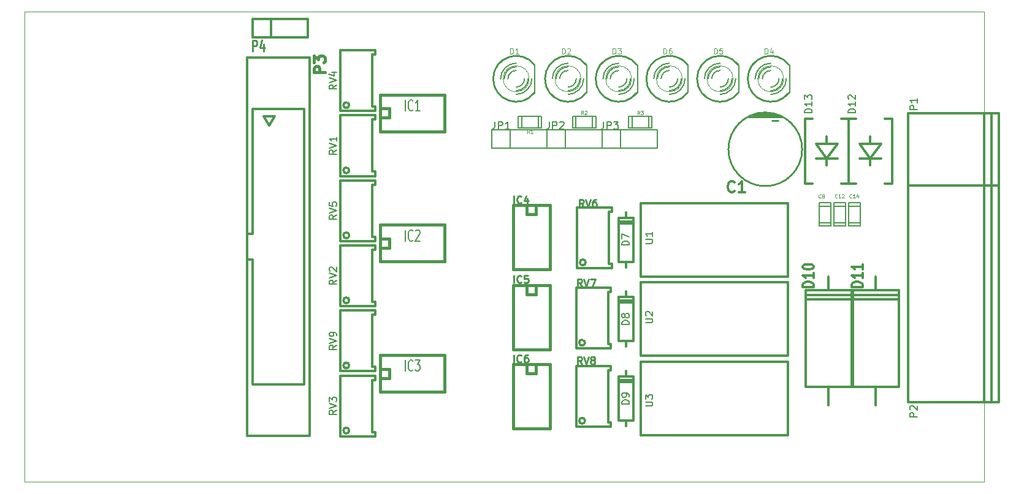
<source format=gbr>
%FSLAX46Y46*%
G04 Gerber Fmt 4.6, Leading zero omitted, Abs format (unit mm)*
G04 Created by KiCad (PCBNEW (2014-jul-16 BZR unknown)-product) date Mon 06 Oct 2014 10:40:32 AM CEST*
%MOMM*%
G01*
G04 APERTURE LIST*
%ADD10C,0.100000*%
%ADD11C,0.254000*%
%ADD12C,0.127000*%
%ADD13C,0.203200*%
%ADD14C,0.076200*%
%ADD15C,0.152400*%
%ADD16C,0.304800*%
%ADD17C,0.381000*%
%ADD18C,0.300000*%
%ADD19C,0.119380*%
%ADD20C,0.088900*%
%ADD21C,0.250000*%
%ADD22C,0.150000*%
%ADD23C,0.269240*%
G04 APERTURE END LIST*
D10*
X0Y65000000D02*
X30000000Y65000000D01*
X0Y0D02*
X0Y65000000D01*
X30000000Y0D02*
X0Y0D01*
X132500000Y65000000D02*
X30000000Y65000000D01*
X132500000Y0D02*
X30000000Y0D01*
X132500000Y0D02*
X132500000Y65000000D01*
D11*
X99837000Y50445000D02*
X104663000Y50445000D01*
X103393000Y50826000D02*
X101107000Y50826000D01*
X107344267Y46000000D02*
G75*
G03X107344267Y46000000I-5094267J0D01*
G74*
G01*
X104282000Y50445000D02*
X100218000Y50445000D01*
X100218000Y50445000D02*
X100599000Y50572000D01*
X100599000Y50572000D02*
X103901000Y50572000D01*
X103901000Y50572000D02*
X104282000Y50445000D01*
X103139000Y49937000D02*
X104028000Y49937000D01*
X103266000Y50953000D02*
X101234000Y50953000D01*
X101234000Y50826000D02*
X103266000Y50826000D01*
X100726000Y50699000D02*
X103774000Y50699000D01*
D12*
X111312800Y38143000D02*
X109687200Y38143000D01*
X109687200Y35857000D02*
X111312800Y35857000D01*
X109687200Y35399800D02*
X111312800Y35399800D01*
X111312800Y35399800D02*
X111312800Y38600200D01*
X111312800Y38600200D02*
X109687200Y38600200D01*
X109687200Y38600200D02*
X109687200Y35399800D01*
X113372800Y38143000D02*
X111747200Y38143000D01*
X111747200Y35857000D02*
X113372800Y35857000D01*
X111747200Y35399800D02*
X113372800Y35399800D01*
X113372800Y35399800D02*
X113372800Y38600200D01*
X113372800Y38600200D02*
X111747200Y38600200D01*
X111747200Y38600200D02*
X111747200Y35399800D01*
X115372800Y38143000D02*
X113747200Y38143000D01*
X113747200Y35857000D02*
X115372800Y35857000D01*
X113747200Y35399800D02*
X115372800Y35399800D01*
X115372800Y35399800D02*
X115372800Y38600200D01*
X115372800Y38600200D02*
X113747200Y38600200D01*
X113747200Y38600200D02*
X113747200Y35399800D01*
D13*
X70444800Y53845000D02*
X70444800Y57655000D01*
D14*
X69650051Y55750000D02*
G75*
G03X69650051Y55750000I-1796051J0D01*
G74*
G01*
D11*
X70391997Y57657668D02*
G75*
G03X70394000Y53845000I-2537997J-1907668D01*
G74*
G01*
D15*
X67854000Y56893000D02*
G75*
G03X66711000Y55750000I0J-1143000D01*
G74*
G01*
X67854000Y54607000D02*
G75*
G03X68997000Y55750000I0J1143000D01*
G74*
G01*
X67854000Y57401000D02*
G75*
G03X66203000Y55750000I0J-1651000D01*
G74*
G01*
X67854000Y54099000D02*
G75*
G03X69505000Y55750000I0J1651000D01*
G74*
G01*
X67854000Y57909000D02*
G75*
G03X65695000Y55750000I0J-2159000D01*
G74*
G01*
X67854000Y53591000D02*
G75*
G03X70013000Y55750000I0J2159000D01*
G74*
G01*
D13*
X77594800Y53845000D02*
X77594800Y57655000D01*
D14*
X76800051Y55750000D02*
G75*
G03X76800051Y55750000I-1796051J0D01*
G74*
G01*
D11*
X77541997Y57657668D02*
G75*
G03X77544000Y53845000I-2537997J-1907668D01*
G74*
G01*
D15*
X75004000Y56893000D02*
G75*
G03X73861000Y55750000I0J-1143000D01*
G74*
G01*
X75004000Y54607000D02*
G75*
G03X76147000Y55750000I0J1143000D01*
G74*
G01*
X75004000Y57401000D02*
G75*
G03X73353000Y55750000I0J-1651000D01*
G74*
G01*
X75004000Y54099000D02*
G75*
G03X76655000Y55750000I0J1651000D01*
G74*
G01*
X75004000Y57909000D02*
G75*
G03X72845000Y55750000I0J-2159000D01*
G74*
G01*
X75004000Y53591000D02*
G75*
G03X77163000Y55750000I0J2159000D01*
G74*
G01*
D13*
X84594800Y53845000D02*
X84594800Y57655000D01*
D14*
X83800051Y55750000D02*
G75*
G03X83800051Y55750000I-1796051J0D01*
G74*
G01*
D11*
X84541997Y57657668D02*
G75*
G03X84544000Y53845000I-2537997J-1907668D01*
G74*
G01*
D15*
X82004000Y56893000D02*
G75*
G03X80861000Y55750000I0J-1143000D01*
G74*
G01*
X82004000Y54607000D02*
G75*
G03X83147000Y55750000I0J1143000D01*
G74*
G01*
X82004000Y57401000D02*
G75*
G03X80353000Y55750000I0J-1651000D01*
G74*
G01*
X82004000Y54099000D02*
G75*
G03X83655000Y55750000I0J1651000D01*
G74*
G01*
X82004000Y57909000D02*
G75*
G03X79845000Y55750000I0J-2159000D01*
G74*
G01*
X82004000Y53591000D02*
G75*
G03X84163000Y55750000I0J2159000D01*
G74*
G01*
D13*
X105594800Y53845000D02*
X105594800Y57655000D01*
D14*
X104800051Y55750000D02*
G75*
G03X104800051Y55750000I-1796051J0D01*
G74*
G01*
D11*
X105541997Y57657668D02*
G75*
G03X105544000Y53845000I-2537997J-1907668D01*
G74*
G01*
D15*
X103004000Y56893000D02*
G75*
G03X101861000Y55750000I0J-1143000D01*
G74*
G01*
X103004000Y54607000D02*
G75*
G03X104147000Y55750000I0J1143000D01*
G74*
G01*
X103004000Y57401000D02*
G75*
G03X101353000Y55750000I0J-1651000D01*
G74*
G01*
X103004000Y54099000D02*
G75*
G03X104655000Y55750000I0J1651000D01*
G74*
G01*
X103004000Y57909000D02*
G75*
G03X100845000Y55750000I0J-2159000D01*
G74*
G01*
X103004000Y53591000D02*
G75*
G03X105163000Y55750000I0J2159000D01*
G74*
G01*
D13*
X98594800Y53845000D02*
X98594800Y57655000D01*
D14*
X97800051Y55750000D02*
G75*
G03X97800051Y55750000I-1796051J0D01*
G74*
G01*
D11*
X98541997Y57657668D02*
G75*
G03X98544000Y53845000I-2537997J-1907668D01*
G74*
G01*
D15*
X96004000Y56893000D02*
G75*
G03X94861000Y55750000I0J-1143000D01*
G74*
G01*
X96004000Y54607000D02*
G75*
G03X97147000Y55750000I0J1143000D01*
G74*
G01*
X96004000Y57401000D02*
G75*
G03X94353000Y55750000I0J-1651000D01*
G74*
G01*
X96004000Y54099000D02*
G75*
G03X97655000Y55750000I0J1651000D01*
G74*
G01*
X96004000Y57909000D02*
G75*
G03X93845000Y55750000I0J-2159000D01*
G74*
G01*
X96004000Y53591000D02*
G75*
G03X98163000Y55750000I0J2159000D01*
G74*
G01*
D13*
X91594800Y53845000D02*
X91594800Y57655000D01*
D14*
X90800051Y55750000D02*
G75*
G03X90800051Y55750000I-1796051J0D01*
G74*
G01*
D11*
X91541997Y57657668D02*
G75*
G03X91544000Y53845000I-2537997J-1907668D01*
G74*
G01*
D15*
X89004000Y56893000D02*
G75*
G03X87861000Y55750000I0J-1143000D01*
G74*
G01*
X89004000Y54607000D02*
G75*
G03X90147000Y55750000I0J1143000D01*
G74*
G01*
X89004000Y57401000D02*
G75*
G03X87353000Y55750000I0J-1651000D01*
G74*
G01*
X89004000Y54099000D02*
G75*
G03X90655000Y55750000I0J1651000D01*
G74*
G01*
X89004000Y57909000D02*
G75*
G03X86845000Y55750000I0J-2159000D01*
G74*
G01*
X89004000Y53591000D02*
G75*
G03X91163000Y55750000I0J2159000D01*
G74*
G01*
D16*
X83000000Y37310000D02*
X83000000Y36548000D01*
X83000000Y36548000D02*
X81984000Y36548000D01*
X81984000Y36548000D02*
X81984000Y30452000D01*
X81984000Y30452000D02*
X83000000Y30452000D01*
X83000000Y30452000D02*
X83000000Y29690000D01*
X83000000Y30452000D02*
X84016000Y30452000D01*
X84016000Y30452000D02*
X84016000Y36548000D01*
X84016000Y36548000D02*
X83000000Y36548000D01*
X81984000Y36040000D02*
X84016000Y36040000D01*
X84016000Y35786000D02*
X81984000Y35786000D01*
X83000000Y26310000D02*
X83000000Y25548000D01*
X83000000Y25548000D02*
X81984000Y25548000D01*
X81984000Y25548000D02*
X81984000Y19452000D01*
X81984000Y19452000D02*
X83000000Y19452000D01*
X83000000Y19452000D02*
X83000000Y18690000D01*
X83000000Y19452000D02*
X84016000Y19452000D01*
X84016000Y19452000D02*
X84016000Y25548000D01*
X84016000Y25548000D02*
X83000000Y25548000D01*
X81984000Y25040000D02*
X84016000Y25040000D01*
X84016000Y24786000D02*
X81984000Y24786000D01*
X83000000Y15310000D02*
X83000000Y14548000D01*
X83000000Y14548000D02*
X81984000Y14548000D01*
X81984000Y14548000D02*
X81984000Y8452000D01*
X81984000Y8452000D02*
X83000000Y8452000D01*
X83000000Y8452000D02*
X83000000Y7690000D01*
X83000000Y8452000D02*
X84016000Y8452000D01*
X84016000Y8452000D02*
X84016000Y14548000D01*
X84016000Y14548000D02*
X83000000Y14548000D01*
X81984000Y14040000D02*
X84016000Y14040000D01*
X84016000Y13786000D02*
X81984000Y13786000D01*
X114175000Y26485000D02*
X114175000Y13150000D01*
X114175000Y13150000D02*
X107825000Y13150000D01*
X107825000Y13150000D02*
X107825000Y26485000D01*
X111000000Y10610000D02*
X111000000Y13150000D01*
X114175000Y26485000D02*
X107825000Y26485000D01*
X107825000Y25850000D02*
X114175000Y25850000D01*
X114175000Y25215000D02*
X107825000Y25215000D01*
X111000000Y26485000D02*
X111000000Y28390000D01*
X120675000Y26485000D02*
X120675000Y13150000D01*
X120675000Y13150000D02*
X114325000Y13150000D01*
X114325000Y13150000D02*
X114325000Y26485000D01*
X117500000Y10610000D02*
X117500000Y13150000D01*
X120675000Y26485000D02*
X114325000Y26485000D01*
X114325000Y25850000D02*
X120675000Y25850000D01*
X120675000Y25215000D02*
X114325000Y25215000D01*
X117500000Y26485000D02*
X117500000Y28390000D01*
D17*
X49055000Y53540000D02*
X57945000Y53540000D01*
X57945000Y53540000D02*
X57945000Y48460000D01*
X57945000Y48460000D02*
X49055000Y48460000D01*
X49055000Y48460000D02*
X49055000Y53540000D01*
X49055000Y51635000D02*
X50325000Y51635000D01*
X50325000Y51635000D02*
X50325000Y50365000D01*
X50325000Y50365000D02*
X49055000Y50365000D01*
X49055000Y35540000D02*
X57945000Y35540000D01*
X57945000Y35540000D02*
X57945000Y30460000D01*
X57945000Y30460000D02*
X49055000Y30460000D01*
X49055000Y30460000D02*
X49055000Y35540000D01*
X49055000Y33635000D02*
X50325000Y33635000D01*
X50325000Y33635000D02*
X50325000Y32365000D01*
X50325000Y32365000D02*
X49055000Y32365000D01*
X49055000Y17540000D02*
X57945000Y17540000D01*
X57945000Y17540000D02*
X57945000Y12460000D01*
X57945000Y12460000D02*
X49055000Y12460000D01*
X49055000Y12460000D02*
X49055000Y17540000D01*
X49055000Y15635000D02*
X50325000Y15635000D01*
X50325000Y15635000D02*
X50325000Y14365000D01*
X50325000Y14365000D02*
X49055000Y14365000D01*
X72490000Y38295000D02*
X72490000Y29405000D01*
X72490000Y29405000D02*
X67410000Y29405000D01*
X67410000Y29405000D02*
X67410000Y38295000D01*
X67410000Y38295000D02*
X72490000Y38295000D01*
X70585000Y38295000D02*
X70585000Y37025000D01*
X70585000Y37025000D02*
X69315000Y37025000D01*
X69315000Y37025000D02*
X69315000Y38295000D01*
X72490000Y27195000D02*
X72490000Y18305000D01*
X72490000Y18305000D02*
X67410000Y18305000D01*
X67410000Y18305000D02*
X67410000Y27195000D01*
X67410000Y27195000D02*
X72490000Y27195000D01*
X70585000Y27195000D02*
X70585000Y25925000D01*
X70585000Y25925000D02*
X69315000Y25925000D01*
X69315000Y25925000D02*
X69315000Y27195000D01*
X72490000Y16295000D02*
X72490000Y7405000D01*
X72490000Y7405000D02*
X67410000Y7405000D01*
X67410000Y7405000D02*
X67410000Y16295000D01*
X67410000Y16295000D02*
X72490000Y16295000D01*
X70585000Y16295000D02*
X70585000Y15025000D01*
X70585000Y15025000D02*
X69315000Y15025000D01*
X69315000Y15025000D02*
X69315000Y16295000D01*
D15*
X64520000Y46140000D02*
X64520000Y48680000D01*
X64520000Y48680000D02*
X72140000Y48680000D01*
X72140000Y48680000D02*
X72140000Y46140000D01*
X72140000Y46140000D02*
X64520000Y46140000D01*
X67060000Y48680000D02*
X67060000Y46140000D01*
X72140000Y46140000D02*
X72140000Y48680000D01*
X72140000Y48680000D02*
X79760000Y48680000D01*
X79760000Y48680000D02*
X79760000Y46140000D01*
X79760000Y46140000D02*
X72140000Y46140000D01*
X74680000Y48680000D02*
X74680000Y46140000D01*
X79760000Y46140000D02*
X79760000Y48680000D01*
X79760000Y48680000D02*
X87380000Y48680000D01*
X87380000Y48680000D02*
X87380000Y46140000D01*
X87380000Y46140000D02*
X79760000Y46140000D01*
X82300000Y48680000D02*
X82300000Y46140000D01*
D18*
X132500000Y41000000D02*
X132500000Y51000000D01*
X133500000Y41000000D02*
X133500000Y51000000D01*
X122000000Y51000000D02*
X134500000Y51000000D01*
X134500000Y51000000D02*
X134500000Y41000000D01*
X134500000Y41000000D02*
X123500000Y41000000D01*
X122000000Y46000000D02*
X122000000Y41000000D01*
X122000000Y41000000D02*
X123500000Y41000000D01*
X122000000Y48500000D02*
X122000000Y51000000D01*
X122000000Y46000000D02*
X122000000Y48500000D01*
X132500000Y11000000D02*
X132500000Y41000000D01*
X133500000Y11000000D02*
X133500000Y41000000D01*
X134500000Y11000000D02*
X134500000Y41000000D01*
X122000000Y13500000D02*
X122000000Y11000000D01*
X122000000Y11000000D02*
X134500000Y11000000D01*
X122000000Y38500000D02*
X122000000Y41000000D01*
X122000000Y41000000D02*
X134500000Y41000000D01*
X122000000Y26000000D02*
X122000000Y13500000D01*
X122000000Y26000000D02*
X122000000Y38500000D01*
D16*
X33730000Y49264000D02*
X34492000Y50534000D01*
X34492000Y50534000D02*
X32968000Y50534000D01*
X32968000Y50534000D02*
X33730000Y49264000D01*
X39318000Y58662000D02*
X30682000Y58662000D01*
X30682000Y58662000D02*
X30682000Y6338000D01*
X30682000Y6338000D02*
X39318000Y6338000D01*
X39318000Y6338000D02*
X39318000Y58662000D01*
X30682000Y34278000D02*
X31444000Y34278000D01*
X31444000Y34278000D02*
X31444000Y51550000D01*
X31444000Y51550000D02*
X38556000Y51550000D01*
X38556000Y51550000D02*
X38556000Y13450000D01*
X38556000Y13450000D02*
X31444000Y13450000D01*
X31444000Y13450000D02*
X31444000Y30722000D01*
X31444000Y30722000D02*
X30682000Y30722000D01*
X31440000Y61480000D02*
X31440000Y64020000D01*
X31440000Y64020000D02*
X39060000Y64020000D01*
X39060000Y64020000D02*
X39060000Y61480000D01*
X39060000Y61480000D02*
X31440000Y61480000D01*
X33980000Y64020000D02*
X33980000Y61480000D01*
D12*
X70893000Y48937200D02*
X70893000Y50562800D01*
X68607000Y50562800D02*
X68607000Y48937200D01*
X68149800Y50562800D02*
X68149800Y48937200D01*
X68149800Y48937200D02*
X71350200Y48937200D01*
X71350200Y48937200D02*
X71350200Y50562800D01*
X71350200Y50562800D02*
X68149800Y50562800D01*
X76107000Y50562800D02*
X76107000Y48937200D01*
X78393000Y48937200D02*
X78393000Y50562800D01*
X78850200Y48937200D02*
X78850200Y50562800D01*
X78850200Y50562800D02*
X75649800Y50562800D01*
X75649800Y50562800D02*
X75649800Y48937200D01*
X75649800Y48937200D02*
X78850200Y48937200D01*
X83857000Y50562800D02*
X83857000Y48937200D01*
X86143000Y48937200D02*
X86143000Y50562800D01*
X86600200Y48937200D02*
X86600200Y50562800D01*
X86600200Y50562800D02*
X83399800Y50562800D01*
X83399800Y50562800D02*
X83399800Y48937200D01*
X83399800Y48937200D02*
X86600200Y48937200D01*
D18*
X44800000Y43100000D02*
G75*
G03X44800000Y43100000I-400000J0D01*
G74*
G01*
X48400000Y42900000D02*
X48400000Y42300000D01*
X48400000Y50700000D02*
X48400000Y50100000D01*
X48400000Y50100000D02*
X48000000Y50100000D01*
X48000000Y50100000D02*
X48000000Y42900000D01*
X48000000Y42900000D02*
X48400000Y42900000D01*
X43600000Y50700000D02*
X43600000Y42300000D01*
X43600000Y42300000D02*
X46000000Y42300000D01*
X43600000Y50700000D02*
X46000000Y50700000D01*
X48400000Y42300000D02*
X46000000Y42300000D01*
X48400000Y50700000D02*
X46000000Y50700000D01*
X44800000Y25100000D02*
G75*
G03X44800000Y25100000I-400000J0D01*
G74*
G01*
X48400000Y24900000D02*
X48400000Y24300000D01*
X48400000Y32700000D02*
X48400000Y32100000D01*
X48400000Y32100000D02*
X48000000Y32100000D01*
X48000000Y32100000D02*
X48000000Y24900000D01*
X48000000Y24900000D02*
X48400000Y24900000D01*
X43600000Y32700000D02*
X43600000Y24300000D01*
X43600000Y24300000D02*
X46000000Y24300000D01*
X43600000Y32700000D02*
X46000000Y32700000D01*
X48400000Y24300000D02*
X46000000Y24300000D01*
X48400000Y32700000D02*
X46000000Y32700000D01*
X44800000Y7100000D02*
G75*
G03X44800000Y7100000I-400000J0D01*
G74*
G01*
X48400000Y6900000D02*
X48400000Y6300000D01*
X48400000Y14700000D02*
X48400000Y14100000D01*
X48400000Y14100000D02*
X48000000Y14100000D01*
X48000000Y14100000D02*
X48000000Y6900000D01*
X48000000Y6900000D02*
X48400000Y6900000D01*
X43600000Y14700000D02*
X43600000Y6300000D01*
X43600000Y6300000D02*
X46000000Y6300000D01*
X43600000Y14700000D02*
X46000000Y14700000D01*
X48400000Y6300000D02*
X46000000Y6300000D01*
X48400000Y14700000D02*
X46000000Y14700000D01*
X44800000Y52100000D02*
G75*
G03X44800000Y52100000I-400000J0D01*
G74*
G01*
X48400000Y51900000D02*
X48400000Y51300000D01*
X48400000Y59700000D02*
X48400000Y59100000D01*
X48400000Y59100000D02*
X48000000Y59100000D01*
X48000000Y59100000D02*
X48000000Y51900000D01*
X48000000Y51900000D02*
X48400000Y51900000D01*
X43600000Y59700000D02*
X43600000Y51300000D01*
X43600000Y51300000D02*
X46000000Y51300000D01*
X43600000Y59700000D02*
X46000000Y59700000D01*
X48400000Y51300000D02*
X46000000Y51300000D01*
X48400000Y59700000D02*
X46000000Y59700000D01*
X44800000Y34100000D02*
G75*
G03X44800000Y34100000I-400000J0D01*
G74*
G01*
X48400000Y33900000D02*
X48400000Y33300000D01*
X48400000Y41700000D02*
X48400000Y41100000D01*
X48400000Y41100000D02*
X48000000Y41100000D01*
X48000000Y41100000D02*
X48000000Y33900000D01*
X48000000Y33900000D02*
X48400000Y33900000D01*
X43600000Y41700000D02*
X43600000Y33300000D01*
X43600000Y33300000D02*
X46000000Y33300000D01*
X43600000Y41700000D02*
X46000000Y41700000D01*
X48400000Y33300000D02*
X46000000Y33300000D01*
X48400000Y41700000D02*
X46000000Y41700000D01*
X77450000Y30350000D02*
G75*
G03X77450000Y30350000I-400000J0D01*
G74*
G01*
X81050000Y30150000D02*
X81050000Y29550000D01*
X81050000Y37950000D02*
X81050000Y37350000D01*
X81050000Y37350000D02*
X80650000Y37350000D01*
X80650000Y37350000D02*
X80650000Y30150000D01*
X80650000Y30150000D02*
X81050000Y30150000D01*
X76250000Y37950000D02*
X76250000Y29550000D01*
X76250000Y29550000D02*
X78650000Y29550000D01*
X76250000Y37950000D02*
X78650000Y37950000D01*
X81050000Y29550000D02*
X78650000Y29550000D01*
X81050000Y37950000D02*
X78650000Y37950000D01*
X77350000Y19250000D02*
G75*
G03X77350000Y19250000I-400000J0D01*
G74*
G01*
X80950000Y19050000D02*
X80950000Y18450000D01*
X80950000Y26850000D02*
X80950000Y26250000D01*
X80950000Y26250000D02*
X80550000Y26250000D01*
X80550000Y26250000D02*
X80550000Y19050000D01*
X80550000Y19050000D02*
X80950000Y19050000D01*
X76150000Y26850000D02*
X76150000Y18450000D01*
X76150000Y18450000D02*
X78550000Y18450000D01*
X76150000Y26850000D02*
X78550000Y26850000D01*
X80950000Y18450000D02*
X78550000Y18450000D01*
X80950000Y26850000D02*
X78550000Y26850000D01*
X77350000Y8450000D02*
G75*
G03X77350000Y8450000I-400000J0D01*
G74*
G01*
X80950000Y8250000D02*
X80950000Y7650000D01*
X80950000Y16050000D02*
X80950000Y15450000D01*
X80950000Y15450000D02*
X80550000Y15450000D01*
X80550000Y15450000D02*
X80550000Y8250000D01*
X80550000Y8250000D02*
X80950000Y8250000D01*
X76150000Y16050000D02*
X76150000Y7650000D01*
X76150000Y7650000D02*
X78550000Y7650000D01*
X76150000Y16050000D02*
X78550000Y16050000D01*
X80950000Y7650000D02*
X78550000Y7650000D01*
X80950000Y16050000D02*
X78550000Y16050000D01*
X44800000Y16100000D02*
G75*
G03X44800000Y16100000I-400000J0D01*
G74*
G01*
X48400000Y15900000D02*
X48400000Y15300000D01*
X48400000Y23700000D02*
X48400000Y23100000D01*
X48400000Y23100000D02*
X48000000Y23100000D01*
X48000000Y23100000D02*
X48000000Y15900000D01*
X48000000Y15900000D02*
X48400000Y15900000D01*
X43600000Y23700000D02*
X43600000Y15300000D01*
X43600000Y15300000D02*
X46000000Y15300000D01*
X43600000Y23700000D02*
X46000000Y23700000D01*
X48400000Y15300000D02*
X46000000Y15300000D01*
X48400000Y23700000D02*
X46000000Y23700000D01*
X96500000Y38580000D02*
X105390000Y38580000D01*
X105390000Y38580000D02*
X105390000Y28420000D01*
X105390000Y28420000D02*
X85070000Y28420000D01*
X85070000Y28420000D02*
X85070000Y38580000D01*
X85070000Y38580000D02*
X96500000Y38580000D01*
X96500000Y27580000D02*
X105390000Y27580000D01*
X105390000Y27580000D02*
X105390000Y17420000D01*
X105390000Y17420000D02*
X85070000Y17420000D01*
X85070000Y17420000D02*
X85070000Y27580000D01*
X85070000Y27580000D02*
X96500000Y27580000D01*
X96500000Y16580000D02*
X105390000Y16580000D01*
X105390000Y16580000D02*
X105390000Y6420000D01*
X105390000Y6420000D02*
X85070000Y6420000D01*
X85070000Y6420000D02*
X85070000Y16580000D01*
X85070000Y16580000D02*
X96500000Y16580000D01*
X116750000Y44750000D02*
X116750000Y43750000D01*
X118250000Y44750000D02*
X115250000Y44750000D01*
X116750000Y46750000D02*
X115250000Y46750000D01*
X115250000Y46750000D02*
X116750000Y44750000D01*
X116750000Y47750000D02*
X116750000Y46750000D01*
X116750000Y46750000D02*
X118250000Y46750000D01*
X118250000Y46750000D02*
X116750000Y44750000D01*
X119750000Y50250000D02*
X118750000Y50250000D01*
X119750000Y41250000D02*
X118750000Y41250000D01*
X113750000Y50250000D02*
X114750000Y50250000D01*
X113750000Y50250000D02*
X113750000Y41250000D01*
X113750000Y41250000D02*
X114750000Y41250000D01*
X119750000Y50250000D02*
X119750000Y41250000D01*
X110750000Y44750000D02*
X110750000Y43750000D01*
X112250000Y44750000D02*
X109250000Y44750000D01*
X110750000Y46750000D02*
X109250000Y46750000D01*
X109250000Y46750000D02*
X110750000Y44750000D01*
X110750000Y47750000D02*
X110750000Y46750000D01*
X110750000Y46750000D02*
X112250000Y46750000D01*
X112250000Y46750000D02*
X110750000Y44750000D01*
X113750000Y50250000D02*
X112750000Y50250000D01*
X113750000Y41250000D02*
X112750000Y41250000D01*
X107750000Y50250000D02*
X108750000Y50250000D01*
X107750000Y50250000D02*
X107750000Y41250000D01*
X107750000Y41250000D02*
X108750000Y41250000D01*
X113750000Y50250000D02*
X113750000Y41250000D01*
D16*
X97996000Y40205714D02*
X97923429Y40133143D01*
X97705715Y40060571D01*
X97560572Y40060571D01*
X97342857Y40133143D01*
X97197715Y40278286D01*
X97125143Y40423429D01*
X97052572Y40713714D01*
X97052572Y40931429D01*
X97125143Y41221714D01*
X97197715Y41366857D01*
X97342857Y41512000D01*
X97560572Y41584571D01*
X97705715Y41584571D01*
X97923429Y41512000D01*
X97996000Y41439429D01*
X99447429Y40060571D02*
X98576572Y40060571D01*
X99012000Y40060571D02*
X99012000Y41584571D01*
X98866857Y41366857D01*
X98721715Y41221714D01*
X98576572Y41149143D01*
D19*
X109916604Y39321293D02*
X109892776Y39297465D01*
X109821293Y39273638D01*
X109773638Y39273638D01*
X109702155Y39297465D01*
X109654500Y39345120D01*
X109630672Y39392776D01*
X109606844Y39488086D01*
X109606844Y39559569D01*
X109630672Y39654880D01*
X109654500Y39702535D01*
X109702155Y39750190D01*
X109773638Y39774018D01*
X109821293Y39774018D01*
X109892776Y39750190D01*
X109916604Y39726362D01*
X110202535Y39559569D02*
X110154880Y39583397D01*
X110131052Y39607224D01*
X110107224Y39654880D01*
X110107224Y39678707D01*
X110131052Y39726362D01*
X110154880Y39750190D01*
X110202535Y39774018D01*
X110297845Y39774018D01*
X110345501Y39750190D01*
X110369328Y39726362D01*
X110393156Y39678707D01*
X110393156Y39654880D01*
X110369328Y39607224D01*
X110345501Y39583397D01*
X110297845Y39559569D01*
X110202535Y39559569D01*
X110154880Y39535741D01*
X110131052Y39511914D01*
X110107224Y39464259D01*
X110107224Y39368948D01*
X110131052Y39321293D01*
X110154880Y39297465D01*
X110202535Y39273638D01*
X110297845Y39273638D01*
X110345501Y39297465D01*
X110369328Y39321293D01*
X110393156Y39368948D01*
X110393156Y39464259D01*
X110369328Y39511914D01*
X110345501Y39535741D01*
X110297845Y39559569D01*
X112178328Y39321293D02*
X112154500Y39297465D01*
X112083017Y39273638D01*
X112035362Y39273638D01*
X111963879Y39297465D01*
X111916224Y39345120D01*
X111892396Y39392776D01*
X111868568Y39488086D01*
X111868568Y39559569D01*
X111892396Y39654880D01*
X111916224Y39702535D01*
X111963879Y39750190D01*
X112035362Y39774018D01*
X112083017Y39774018D01*
X112154500Y39750190D01*
X112178328Y39726362D01*
X112654880Y39273638D02*
X112368948Y39273638D01*
X112511914Y39273638D02*
X112511914Y39774018D01*
X112464259Y39702535D01*
X112416604Y39654880D01*
X112368948Y39631052D01*
X112845500Y39726362D02*
X112869328Y39750190D01*
X112916983Y39774018D01*
X113036121Y39774018D01*
X113083777Y39750190D01*
X113107604Y39726362D01*
X113131432Y39678707D01*
X113131432Y39631052D01*
X113107604Y39559569D01*
X112821673Y39273638D01*
X113131432Y39273638D01*
X114178328Y39321293D02*
X114154500Y39297465D01*
X114083017Y39273638D01*
X114035362Y39273638D01*
X113963879Y39297465D01*
X113916224Y39345120D01*
X113892396Y39392776D01*
X113868568Y39488086D01*
X113868568Y39559569D01*
X113892396Y39654880D01*
X113916224Y39702535D01*
X113963879Y39750190D01*
X114035362Y39774018D01*
X114083017Y39774018D01*
X114154500Y39750190D01*
X114178328Y39726362D01*
X114654880Y39273638D02*
X114368948Y39273638D01*
X114511914Y39273638D02*
X114511914Y39774018D01*
X114464259Y39702535D01*
X114416604Y39654880D01*
X114368948Y39631052D01*
X115083777Y39607224D02*
X115083777Y39273638D01*
X114964639Y39797845D02*
X114845500Y39440431D01*
X115155260Y39440431D01*
D20*
X67037572Y59215286D02*
X67037572Y59977286D01*
X67219000Y59977286D01*
X67327857Y59941000D01*
X67400429Y59868429D01*
X67436714Y59795857D01*
X67473000Y59650714D01*
X67473000Y59541857D01*
X67436714Y59396714D01*
X67400429Y59324143D01*
X67327857Y59251571D01*
X67219000Y59215286D01*
X67037572Y59215286D01*
X68198714Y59215286D02*
X67763286Y59215286D01*
X67981000Y59215286D02*
X67981000Y59977286D01*
X67908429Y59868429D01*
X67835857Y59795857D01*
X67763286Y59759571D01*
X74187572Y59215286D02*
X74187572Y59977286D01*
X74369000Y59977286D01*
X74477857Y59941000D01*
X74550429Y59868429D01*
X74586714Y59795857D01*
X74623000Y59650714D01*
X74623000Y59541857D01*
X74586714Y59396714D01*
X74550429Y59324143D01*
X74477857Y59251571D01*
X74369000Y59215286D01*
X74187572Y59215286D01*
X74913286Y59904714D02*
X74949572Y59941000D01*
X75022143Y59977286D01*
X75203572Y59977286D01*
X75276143Y59941000D01*
X75312429Y59904714D01*
X75348714Y59832143D01*
X75348714Y59759571D01*
X75312429Y59650714D01*
X74877000Y59215286D01*
X75348714Y59215286D01*
X81187572Y59215286D02*
X81187572Y59977286D01*
X81369000Y59977286D01*
X81477857Y59941000D01*
X81550429Y59868429D01*
X81586714Y59795857D01*
X81623000Y59650714D01*
X81623000Y59541857D01*
X81586714Y59396714D01*
X81550429Y59324143D01*
X81477857Y59251571D01*
X81369000Y59215286D01*
X81187572Y59215286D01*
X81877000Y59977286D02*
X82348714Y59977286D01*
X82094714Y59687000D01*
X82203572Y59687000D01*
X82276143Y59650714D01*
X82312429Y59614429D01*
X82348714Y59541857D01*
X82348714Y59360429D01*
X82312429Y59287857D01*
X82276143Y59251571D01*
X82203572Y59215286D01*
X81985857Y59215286D01*
X81913286Y59251571D01*
X81877000Y59287857D01*
X102187572Y59215286D02*
X102187572Y59977286D01*
X102369000Y59977286D01*
X102477857Y59941000D01*
X102550429Y59868429D01*
X102586714Y59795857D01*
X102623000Y59650714D01*
X102623000Y59541857D01*
X102586714Y59396714D01*
X102550429Y59324143D01*
X102477857Y59251571D01*
X102369000Y59215286D01*
X102187572Y59215286D01*
X103276143Y59723286D02*
X103276143Y59215286D01*
X103094714Y60013571D02*
X102913286Y59469286D01*
X103385000Y59469286D01*
X95187572Y59215286D02*
X95187572Y59977286D01*
X95369000Y59977286D01*
X95477857Y59941000D01*
X95550429Y59868429D01*
X95586714Y59795857D01*
X95623000Y59650714D01*
X95623000Y59541857D01*
X95586714Y59396714D01*
X95550429Y59324143D01*
X95477857Y59251571D01*
X95369000Y59215286D01*
X95187572Y59215286D01*
X96312429Y59977286D02*
X95949572Y59977286D01*
X95913286Y59614429D01*
X95949572Y59650714D01*
X96022143Y59687000D01*
X96203572Y59687000D01*
X96276143Y59650714D01*
X96312429Y59614429D01*
X96348714Y59541857D01*
X96348714Y59360429D01*
X96312429Y59287857D01*
X96276143Y59251571D01*
X96203572Y59215286D01*
X96022143Y59215286D01*
X95949572Y59251571D01*
X95913286Y59287857D01*
X88187572Y59215286D02*
X88187572Y59977286D01*
X88369000Y59977286D01*
X88477857Y59941000D01*
X88550429Y59868429D01*
X88586714Y59795857D01*
X88623000Y59650714D01*
X88623000Y59541857D01*
X88586714Y59396714D01*
X88550429Y59324143D01*
X88477857Y59251571D01*
X88369000Y59215286D01*
X88187572Y59215286D01*
X89276143Y59977286D02*
X89131000Y59977286D01*
X89058429Y59941000D01*
X89022143Y59904714D01*
X88949572Y59795857D01*
X88913286Y59650714D01*
X88913286Y59360429D01*
X88949572Y59287857D01*
X88985857Y59251571D01*
X89058429Y59215286D01*
X89203572Y59215286D01*
X89276143Y59251571D01*
X89312429Y59287857D01*
X89348714Y59360429D01*
X89348714Y59541857D01*
X89312429Y59614429D01*
X89276143Y59650714D01*
X89203572Y59687000D01*
X89058429Y59687000D01*
X88985857Y59650714D01*
X88949572Y59614429D01*
X88913286Y59541857D01*
D13*
X83459619Y32750096D02*
X82443619Y32750096D01*
X82443619Y32992001D01*
X82492000Y33137143D01*
X82588762Y33233905D01*
X82685524Y33282286D01*
X82879048Y33330667D01*
X83024190Y33330667D01*
X83217714Y33282286D01*
X83314476Y33233905D01*
X83411238Y33137143D01*
X83459619Y32992001D01*
X83459619Y32750096D01*
X82443619Y33669334D02*
X82443619Y34346667D01*
X83459619Y33911239D01*
X83459619Y21750096D02*
X82443619Y21750096D01*
X82443619Y21992001D01*
X82492000Y22137143D01*
X82588762Y22233905D01*
X82685524Y22282286D01*
X82879048Y22330667D01*
X83024190Y22330667D01*
X83217714Y22282286D01*
X83314476Y22233905D01*
X83411238Y22137143D01*
X83459619Y21992001D01*
X83459619Y21750096D01*
X82879048Y22911239D02*
X82830667Y22814477D01*
X82782286Y22766096D01*
X82685524Y22717715D01*
X82637143Y22717715D01*
X82540381Y22766096D01*
X82492000Y22814477D01*
X82443619Y22911239D01*
X82443619Y23104762D01*
X82492000Y23201524D01*
X82540381Y23249905D01*
X82637143Y23298286D01*
X82685524Y23298286D01*
X82782286Y23249905D01*
X82830667Y23201524D01*
X82879048Y23104762D01*
X82879048Y22911239D01*
X82927429Y22814477D01*
X82975810Y22766096D01*
X83072571Y22717715D01*
X83266095Y22717715D01*
X83362857Y22766096D01*
X83411238Y22814477D01*
X83459619Y22911239D01*
X83459619Y23104762D01*
X83411238Y23201524D01*
X83362857Y23249905D01*
X83266095Y23298286D01*
X83072571Y23298286D01*
X82975810Y23249905D01*
X82927429Y23201524D01*
X82879048Y23104762D01*
X83459619Y10750096D02*
X82443619Y10750096D01*
X82443619Y10992001D01*
X82492000Y11137143D01*
X82588762Y11233905D01*
X82685524Y11282286D01*
X82879048Y11330667D01*
X83024190Y11330667D01*
X83217714Y11282286D01*
X83314476Y11233905D01*
X83411238Y11137143D01*
X83459619Y10992001D01*
X83459619Y10750096D01*
X83459619Y11814477D02*
X83459619Y12008001D01*
X83411238Y12104762D01*
X83362857Y12153143D01*
X83217714Y12249905D01*
X83024190Y12298286D01*
X82637143Y12298286D01*
X82540381Y12249905D01*
X82492000Y12201524D01*
X82443619Y12104762D01*
X82443619Y11911239D01*
X82492000Y11814477D01*
X82540381Y11766096D01*
X82637143Y11717715D01*
X82879048Y11717715D01*
X82975810Y11766096D01*
X83024190Y11814477D01*
X83072571Y11911239D01*
X83072571Y12104762D01*
X83024190Y12201524D01*
X82975810Y12249905D01*
X82879048Y12298286D01*
D18*
X108939429Y26957857D02*
X107415429Y26957857D01*
X107415429Y27260238D01*
X107488000Y27441666D01*
X107633143Y27562619D01*
X107778286Y27623095D01*
X108068571Y27683571D01*
X108286286Y27683571D01*
X108576571Y27623095D01*
X108721714Y27562619D01*
X108866857Y27441666D01*
X108939429Y27260238D01*
X108939429Y26957857D01*
X108939429Y28893095D02*
X108939429Y28167381D01*
X108939429Y28530238D02*
X107415429Y28530238D01*
X107633143Y28409286D01*
X107778286Y28288333D01*
X107850857Y28167381D01*
X107415429Y29679286D02*
X107415429Y29800238D01*
X107488000Y29921190D01*
X107560571Y29981667D01*
X107705714Y30042143D01*
X107996000Y30102619D01*
X108358857Y30102619D01*
X108649143Y30042143D01*
X108794286Y29981667D01*
X108866857Y29921190D01*
X108939429Y29800238D01*
X108939429Y29679286D01*
X108866857Y29558333D01*
X108794286Y29497857D01*
X108649143Y29437381D01*
X108358857Y29376905D01*
X107996000Y29376905D01*
X107705714Y29437381D01*
X107560571Y29497857D01*
X107488000Y29558333D01*
X107415429Y29679286D01*
X115689429Y26957857D02*
X114165429Y26957857D01*
X114165429Y27260238D01*
X114238000Y27441666D01*
X114383143Y27562619D01*
X114528286Y27623095D01*
X114818571Y27683571D01*
X115036286Y27683571D01*
X115326571Y27623095D01*
X115471714Y27562619D01*
X115616857Y27441666D01*
X115689429Y27260238D01*
X115689429Y26957857D01*
X115689429Y28893095D02*
X115689429Y28167381D01*
X115689429Y28530238D02*
X114165429Y28530238D01*
X114383143Y28409286D01*
X114528286Y28288333D01*
X114600857Y28167381D01*
X115689429Y30102619D02*
X115689429Y29376905D01*
X115689429Y29739762D02*
X114165429Y29739762D01*
X114383143Y29618810D01*
X114528286Y29497857D01*
X114600857Y29376905D01*
D15*
X52508191Y51326571D02*
X52508191Y52850571D01*
X53572572Y51471714D02*
X53524191Y51399143D01*
X53379048Y51326571D01*
X53282286Y51326571D01*
X53137144Y51399143D01*
X53040382Y51544286D01*
X52992001Y51689429D01*
X52943620Y51979714D01*
X52943620Y52197429D01*
X52992001Y52487714D01*
X53040382Y52632857D01*
X53137144Y52778000D01*
X53282286Y52850571D01*
X53379048Y52850571D01*
X53524191Y52778000D01*
X53572572Y52705429D01*
X54540191Y51326571D02*
X53959620Y51326571D01*
X54249906Y51326571D02*
X54249906Y52850571D01*
X54153144Y52632857D01*
X54056382Y52487714D01*
X53959620Y52415143D01*
X52508191Y33326571D02*
X52508191Y34850571D01*
X53572572Y33471714D02*
X53524191Y33399143D01*
X53379048Y33326571D01*
X53282286Y33326571D01*
X53137144Y33399143D01*
X53040382Y33544286D01*
X52992001Y33689429D01*
X52943620Y33979714D01*
X52943620Y34197429D01*
X52992001Y34487714D01*
X53040382Y34632857D01*
X53137144Y34778000D01*
X53282286Y34850571D01*
X53379048Y34850571D01*
X53524191Y34778000D01*
X53572572Y34705429D01*
X53959620Y34705429D02*
X54008001Y34778000D01*
X54104763Y34850571D01*
X54346667Y34850571D01*
X54443429Y34778000D01*
X54491810Y34705429D01*
X54540191Y34560286D01*
X54540191Y34415143D01*
X54491810Y34197429D01*
X53911239Y33326571D01*
X54540191Y33326571D01*
X52508191Y15326571D02*
X52508191Y16850571D01*
X53572572Y15471714D02*
X53524191Y15399143D01*
X53379048Y15326571D01*
X53282286Y15326571D01*
X53137144Y15399143D01*
X53040382Y15544286D01*
X52992001Y15689429D01*
X52943620Y15979714D01*
X52943620Y16197429D01*
X52992001Y16487714D01*
X53040382Y16632857D01*
X53137144Y16778000D01*
X53282286Y16850571D01*
X53379048Y16850571D01*
X53524191Y16778000D01*
X53572572Y16705429D01*
X53911239Y16850571D02*
X54540191Y16850571D01*
X54201525Y16270000D01*
X54346667Y16270000D01*
X54443429Y16197429D01*
X54491810Y16124857D01*
X54540191Y15979714D01*
X54540191Y15616857D01*
X54491810Y15471714D01*
X54443429Y15399143D01*
X54346667Y15326571D01*
X54056382Y15326571D01*
X53959620Y15399143D01*
X53911239Y15471714D01*
D21*
X67523810Y38547619D02*
X67523810Y39547619D01*
X68571429Y38642857D02*
X68523810Y38595238D01*
X68380953Y38547619D01*
X68285715Y38547619D01*
X68142857Y38595238D01*
X68047619Y38690476D01*
X68000000Y38785714D01*
X67952381Y38976190D01*
X67952381Y39119048D01*
X68000000Y39309524D01*
X68047619Y39404762D01*
X68142857Y39500000D01*
X68285715Y39547619D01*
X68380953Y39547619D01*
X68523810Y39500000D01*
X68571429Y39452381D01*
X69428572Y39214286D02*
X69428572Y38547619D01*
X69190476Y39595238D02*
X68952381Y38880952D01*
X69571429Y38880952D01*
X67523810Y27547619D02*
X67523810Y28547619D01*
X68571429Y27642857D02*
X68523810Y27595238D01*
X68380953Y27547619D01*
X68285715Y27547619D01*
X68142857Y27595238D01*
X68047619Y27690476D01*
X68000000Y27785714D01*
X67952381Y27976190D01*
X67952381Y28119048D01*
X68000000Y28309524D01*
X68047619Y28404762D01*
X68142857Y28500000D01*
X68285715Y28547619D01*
X68380953Y28547619D01*
X68523810Y28500000D01*
X68571429Y28452381D01*
X69476191Y28547619D02*
X69000000Y28547619D01*
X68952381Y28071429D01*
X69000000Y28119048D01*
X69095238Y28166667D01*
X69333334Y28166667D01*
X69428572Y28119048D01*
X69476191Y28071429D01*
X69523810Y27976190D01*
X69523810Y27738095D01*
X69476191Y27642857D01*
X69428572Y27595238D01*
X69333334Y27547619D01*
X69095238Y27547619D01*
X69000000Y27595238D01*
X68952381Y27642857D01*
X67508191Y16547619D02*
X67508191Y17547619D01*
X68572572Y16642857D02*
X68524191Y16595238D01*
X68379048Y16547619D01*
X68282286Y16547619D01*
X68137144Y16595238D01*
X68040382Y16690476D01*
X67992001Y16785714D01*
X67943620Y16976190D01*
X67943620Y17119048D01*
X67992001Y17309524D01*
X68040382Y17404762D01*
X68137144Y17500000D01*
X68282286Y17547619D01*
X68379048Y17547619D01*
X68524191Y17500000D01*
X68572572Y17452381D01*
X69443429Y17547619D02*
X69249906Y17547619D01*
X69153144Y17500000D01*
X69104763Y17452381D01*
X69008001Y17309524D01*
X68959620Y17119048D01*
X68959620Y16738095D01*
X69008001Y16642857D01*
X69056382Y16595238D01*
X69153144Y16547619D01*
X69346667Y16547619D01*
X69443429Y16595238D01*
X69491810Y16642857D01*
X69540191Y16738095D01*
X69540191Y16976190D01*
X69491810Y17071429D01*
X69443429Y17119048D01*
X69346667Y17166667D01*
X69153144Y17166667D01*
X69056382Y17119048D01*
X69008001Y17071429D01*
X68959620Y16976190D01*
D15*
X64903333Y49806381D02*
X64903333Y49080667D01*
X64854953Y48935524D01*
X64758191Y48838762D01*
X64613048Y48790381D01*
X64516286Y48790381D01*
X65387143Y48790381D02*
X65387143Y49806381D01*
X65774190Y49806381D01*
X65870952Y49758000D01*
X65919333Y49709619D01*
X65967714Y49612857D01*
X65967714Y49467714D01*
X65919333Y49370952D01*
X65870952Y49322571D01*
X65774190Y49274190D01*
X65387143Y49274190D01*
X66935333Y48790381D02*
X66354762Y48790381D01*
X66645048Y48790381D02*
X66645048Y49806381D01*
X66548286Y49661238D01*
X66451524Y49564476D01*
X66354762Y49516095D01*
X72403333Y49806381D02*
X72403333Y49080667D01*
X72354953Y48935524D01*
X72258191Y48838762D01*
X72113048Y48790381D01*
X72016286Y48790381D01*
X72887143Y48790381D02*
X72887143Y49806381D01*
X73274190Y49806381D01*
X73370952Y49758000D01*
X73419333Y49709619D01*
X73467714Y49612857D01*
X73467714Y49467714D01*
X73419333Y49370952D01*
X73370952Y49322571D01*
X73274190Y49274190D01*
X72887143Y49274190D01*
X73854762Y49709619D02*
X73903143Y49758000D01*
X73999905Y49806381D01*
X74241809Y49806381D01*
X74338571Y49758000D01*
X74386952Y49709619D01*
X74435333Y49612857D01*
X74435333Y49516095D01*
X74386952Y49370952D01*
X73806381Y48790381D01*
X74435333Y48790381D01*
X79903333Y49806381D02*
X79903333Y49080667D01*
X79854953Y48935524D01*
X79758191Y48838762D01*
X79613048Y48790381D01*
X79516286Y48790381D01*
X80387143Y48790381D02*
X80387143Y49806381D01*
X80774190Y49806381D01*
X80870952Y49758000D01*
X80919333Y49709619D01*
X80967714Y49612857D01*
X80967714Y49467714D01*
X80919333Y49370952D01*
X80870952Y49322571D01*
X80774190Y49274190D01*
X80387143Y49274190D01*
X81306381Y49806381D02*
X81935333Y49806381D01*
X81596667Y49419333D01*
X81741809Y49419333D01*
X81838571Y49370952D01*
X81886952Y49322571D01*
X81935333Y49225810D01*
X81935333Y48983905D01*
X81886952Y48887143D01*
X81838571Y48838762D01*
X81741809Y48790381D01*
X81451524Y48790381D01*
X81354762Y48838762D01*
X81306381Y48887143D01*
D22*
X123202381Y51511905D02*
X122202381Y51511905D01*
X122202381Y51892858D01*
X122250000Y51988096D01*
X122297619Y52035715D01*
X122392857Y52083334D01*
X122535714Y52083334D01*
X122630952Y52035715D01*
X122678571Y51988096D01*
X122726190Y51892858D01*
X122726190Y51511905D01*
X123202381Y53035715D02*
X123202381Y52464286D01*
X123202381Y52750000D02*
X122202381Y52750000D01*
X122345238Y52654762D01*
X122440476Y52559524D01*
X122488095Y52464286D01*
X123202381Y9011905D02*
X122202381Y9011905D01*
X122202381Y9392858D01*
X122250000Y9488096D01*
X122297619Y9535715D01*
X122392857Y9583334D01*
X122535714Y9583334D01*
X122630952Y9535715D01*
X122678571Y9488096D01*
X122726190Y9392858D01*
X122726190Y9011905D01*
X122297619Y9964286D02*
X122250000Y10011905D01*
X122202381Y10107143D01*
X122202381Y10345239D01*
X122250000Y10440477D01*
X122297619Y10488096D01*
X122392857Y10535715D01*
X122488095Y10535715D01*
X122630952Y10488096D01*
X123202381Y9916667D01*
X123202381Y10535715D01*
D17*
X41439429Y56625143D02*
X39915429Y56625143D01*
X39915429Y57205715D01*
X39988000Y57350857D01*
X40060571Y57423429D01*
X40205714Y57496000D01*
X40423429Y57496000D01*
X40568571Y57423429D01*
X40641143Y57350857D01*
X40713714Y57205715D01*
X40713714Y56625143D01*
X39915429Y58004000D02*
X39915429Y58947429D01*
X40496000Y58439429D01*
X40496000Y58657143D01*
X40568571Y58802286D01*
X40641143Y58874857D01*
X40786286Y58947429D01*
X41149143Y58947429D01*
X41294286Y58874857D01*
X41366857Y58802286D01*
X41439429Y58657143D01*
X41439429Y58221715D01*
X41366857Y58076572D01*
X41294286Y58004000D01*
D23*
X31455101Y59571429D02*
X31455101Y61071429D01*
X31865372Y61071429D01*
X31967939Y61000000D01*
X32019223Y60928571D01*
X32070507Y60785714D01*
X32070507Y60571429D01*
X32019223Y60428571D01*
X31967939Y60357143D01*
X31865372Y60285714D01*
X31455101Y60285714D01*
X32993615Y60571429D02*
X32993615Y59571429D01*
X32737196Y61142857D02*
X32480777Y60071429D01*
X33147467Y60071429D01*
D19*
X69692004Y48228238D02*
X69525210Y48466514D01*
X69406072Y48228238D02*
X69406072Y48728618D01*
X69596693Y48728618D01*
X69644348Y48704790D01*
X69668176Y48680962D01*
X69692004Y48633307D01*
X69692004Y48561824D01*
X69668176Y48514169D01*
X69644348Y48490341D01*
X69596693Y48466514D01*
X69406072Y48466514D01*
X70168556Y48228238D02*
X69882624Y48228238D01*
X70025590Y48228238D02*
X70025590Y48728618D01*
X69977935Y48657135D01*
X69930280Y48609480D01*
X69882624Y48585652D01*
X77141204Y50819038D02*
X76974410Y51057314D01*
X76855272Y50819038D02*
X76855272Y51319418D01*
X77045893Y51319418D01*
X77093548Y51295590D01*
X77117376Y51271762D01*
X77141204Y51224107D01*
X77141204Y51152624D01*
X77117376Y51104969D01*
X77093548Y51081141D01*
X77045893Y51057314D01*
X76855272Y51057314D01*
X77331824Y51271762D02*
X77355652Y51295590D01*
X77403307Y51319418D01*
X77522445Y51319418D01*
X77570101Y51295590D01*
X77593928Y51271762D01*
X77617756Y51224107D01*
X77617756Y51176452D01*
X77593928Y51104969D01*
X77307997Y50819038D01*
X77617756Y50819038D01*
X84891204Y50819038D02*
X84724410Y51057314D01*
X84605272Y50819038D02*
X84605272Y51319418D01*
X84795893Y51319418D01*
X84843548Y51295590D01*
X84867376Y51271762D01*
X84891204Y51224107D01*
X84891204Y51152624D01*
X84867376Y51104969D01*
X84843548Y51081141D01*
X84795893Y51057314D01*
X84605272Y51057314D01*
X85057997Y51319418D02*
X85367756Y51319418D01*
X85200963Y51128797D01*
X85272445Y51128797D01*
X85320101Y51104969D01*
X85343928Y51081141D01*
X85367756Y51033486D01*
X85367756Y50914348D01*
X85343928Y50866693D01*
X85320101Y50842865D01*
X85272445Y50819038D01*
X85129480Y50819038D01*
X85081824Y50842865D01*
X85057997Y50866693D01*
D22*
X43052381Y45904762D02*
X42576190Y45571428D01*
X43052381Y45333333D02*
X42052381Y45333333D01*
X42052381Y45714286D01*
X42100000Y45809524D01*
X42147619Y45857143D01*
X42242857Y45904762D01*
X42385714Y45904762D01*
X42480952Y45857143D01*
X42528571Y45809524D01*
X42576190Y45714286D01*
X42576190Y45333333D01*
X42052381Y46190476D02*
X43052381Y46523809D01*
X42052381Y46857143D01*
X43052381Y47714286D02*
X43052381Y47142857D01*
X43052381Y47428571D02*
X42052381Y47428571D01*
X42195238Y47333333D01*
X42290476Y47238095D01*
X42338095Y47142857D01*
X43052381Y27904762D02*
X42576190Y27571428D01*
X43052381Y27333333D02*
X42052381Y27333333D01*
X42052381Y27714286D01*
X42100000Y27809524D01*
X42147619Y27857143D01*
X42242857Y27904762D01*
X42385714Y27904762D01*
X42480952Y27857143D01*
X42528571Y27809524D01*
X42576190Y27714286D01*
X42576190Y27333333D01*
X42052381Y28190476D02*
X43052381Y28523809D01*
X42052381Y28857143D01*
X42147619Y29142857D02*
X42100000Y29190476D01*
X42052381Y29285714D01*
X42052381Y29523810D01*
X42100000Y29619048D01*
X42147619Y29666667D01*
X42242857Y29714286D01*
X42338095Y29714286D01*
X42480952Y29666667D01*
X43052381Y29095238D01*
X43052381Y29714286D01*
X43052381Y9904762D02*
X42576190Y9571428D01*
X43052381Y9333333D02*
X42052381Y9333333D01*
X42052381Y9714286D01*
X42100000Y9809524D01*
X42147619Y9857143D01*
X42242857Y9904762D01*
X42385714Y9904762D01*
X42480952Y9857143D01*
X42528571Y9809524D01*
X42576190Y9714286D01*
X42576190Y9333333D01*
X42052381Y10190476D02*
X43052381Y10523809D01*
X42052381Y10857143D01*
X42052381Y11095238D02*
X42052381Y11714286D01*
X42433333Y11380952D01*
X42433333Y11523810D01*
X42480952Y11619048D01*
X42528571Y11666667D01*
X42623810Y11714286D01*
X42861905Y11714286D01*
X42957143Y11666667D01*
X43004762Y11619048D01*
X43052381Y11523810D01*
X43052381Y11238095D01*
X43004762Y11142857D01*
X42957143Y11095238D01*
X43052381Y54904762D02*
X42576190Y54571428D01*
X43052381Y54333333D02*
X42052381Y54333333D01*
X42052381Y54714286D01*
X42100000Y54809524D01*
X42147619Y54857143D01*
X42242857Y54904762D01*
X42385714Y54904762D01*
X42480952Y54857143D01*
X42528571Y54809524D01*
X42576190Y54714286D01*
X42576190Y54333333D01*
X42052381Y55190476D02*
X43052381Y55523809D01*
X42052381Y55857143D01*
X42385714Y56619048D02*
X43052381Y56619048D01*
X42004762Y56380952D02*
X42719048Y56142857D01*
X42719048Y56761905D01*
X43052381Y36904762D02*
X42576190Y36571428D01*
X43052381Y36333333D02*
X42052381Y36333333D01*
X42052381Y36714286D01*
X42100000Y36809524D01*
X42147619Y36857143D01*
X42242857Y36904762D01*
X42385714Y36904762D01*
X42480952Y36857143D01*
X42528571Y36809524D01*
X42576190Y36714286D01*
X42576190Y36333333D01*
X42052381Y37190476D02*
X43052381Y37523809D01*
X42052381Y37857143D01*
X42052381Y38666667D02*
X42052381Y38190476D01*
X42528571Y38142857D01*
X42480952Y38190476D01*
X42433333Y38285714D01*
X42433333Y38523810D01*
X42480952Y38619048D01*
X42528571Y38666667D01*
X42623810Y38714286D01*
X42861905Y38714286D01*
X42957143Y38666667D01*
X43004762Y38619048D01*
X43052381Y38523810D01*
X43052381Y38285714D01*
X43004762Y38190476D01*
X42957143Y38142857D01*
D21*
X77154762Y38047619D02*
X76821428Y38523810D01*
X76583333Y38047619D02*
X76583333Y39047619D01*
X76964286Y39047619D01*
X77059524Y39000000D01*
X77107143Y38952381D01*
X77154762Y38857143D01*
X77154762Y38714286D01*
X77107143Y38619048D01*
X77059524Y38571429D01*
X76964286Y38523810D01*
X76583333Y38523810D01*
X77440476Y39047619D02*
X77773809Y38047619D01*
X78107143Y39047619D01*
X78869048Y39047619D02*
X78678571Y39047619D01*
X78583333Y39000000D01*
X78535714Y38952381D01*
X78440476Y38809524D01*
X78392857Y38619048D01*
X78392857Y38238095D01*
X78440476Y38142857D01*
X78488095Y38095238D01*
X78583333Y38047619D01*
X78773810Y38047619D01*
X78869048Y38095238D01*
X78916667Y38142857D01*
X78964286Y38238095D01*
X78964286Y38476190D01*
X78916667Y38571429D01*
X78869048Y38619048D01*
X78773810Y38666667D01*
X78583333Y38666667D01*
X78488095Y38619048D01*
X78440476Y38571429D01*
X78392857Y38476190D01*
X76904762Y27047619D02*
X76571428Y27523810D01*
X76333333Y27047619D02*
X76333333Y28047619D01*
X76714286Y28047619D01*
X76809524Y28000000D01*
X76857143Y27952381D01*
X76904762Y27857143D01*
X76904762Y27714286D01*
X76857143Y27619048D01*
X76809524Y27571429D01*
X76714286Y27523810D01*
X76333333Y27523810D01*
X77190476Y28047619D02*
X77523809Y27047619D01*
X77857143Y28047619D01*
X78095238Y28047619D02*
X78761905Y28047619D01*
X78333333Y27047619D01*
X76904762Y16297619D02*
X76571428Y16773810D01*
X76333333Y16297619D02*
X76333333Y17297619D01*
X76714286Y17297619D01*
X76809524Y17250000D01*
X76857143Y17202381D01*
X76904762Y17107143D01*
X76904762Y16964286D01*
X76857143Y16869048D01*
X76809524Y16821429D01*
X76714286Y16773810D01*
X76333333Y16773810D01*
X77190476Y17297619D02*
X77523809Y16297619D01*
X77857143Y17297619D01*
X78333333Y16869048D02*
X78238095Y16916667D01*
X78190476Y16964286D01*
X78142857Y17059524D01*
X78142857Y17107143D01*
X78190476Y17202381D01*
X78238095Y17250000D01*
X78333333Y17297619D01*
X78523810Y17297619D01*
X78619048Y17250000D01*
X78666667Y17202381D01*
X78714286Y17107143D01*
X78714286Y17059524D01*
X78666667Y16964286D01*
X78619048Y16916667D01*
X78523810Y16869048D01*
X78333333Y16869048D01*
X78238095Y16821429D01*
X78190476Y16773810D01*
X78142857Y16678571D01*
X78142857Y16488095D01*
X78190476Y16392857D01*
X78238095Y16345238D01*
X78333333Y16297619D01*
X78523810Y16297619D01*
X78619048Y16345238D01*
X78666667Y16392857D01*
X78714286Y16488095D01*
X78714286Y16678571D01*
X78666667Y16773810D01*
X78619048Y16821429D01*
X78523810Y16869048D01*
D22*
X43052381Y18904762D02*
X42576190Y18571428D01*
X43052381Y18333333D02*
X42052381Y18333333D01*
X42052381Y18714286D01*
X42100000Y18809524D01*
X42147619Y18857143D01*
X42242857Y18904762D01*
X42385714Y18904762D01*
X42480952Y18857143D01*
X42528571Y18809524D01*
X42576190Y18714286D01*
X42576190Y18333333D01*
X42052381Y19190476D02*
X43052381Y19523809D01*
X42052381Y19857143D01*
X43052381Y20238095D02*
X43052381Y20428571D01*
X43004762Y20523810D01*
X42957143Y20571429D01*
X42814286Y20666667D01*
X42623810Y20714286D01*
X42242857Y20714286D01*
X42147619Y20666667D01*
X42100000Y20619048D01*
X42052381Y20523810D01*
X42052381Y20333333D01*
X42100000Y20238095D01*
X42147619Y20190476D01*
X42242857Y20142857D01*
X42480952Y20142857D01*
X42576190Y20190476D01*
X42623810Y20238095D01*
X42671429Y20333333D01*
X42671429Y20523810D01*
X42623810Y20619048D01*
X42576190Y20666667D01*
X42480952Y20714286D01*
X85702381Y32988095D02*
X86511905Y32988095D01*
X86607143Y33035714D01*
X86654762Y33083333D01*
X86702381Y33178571D01*
X86702381Y33369048D01*
X86654762Y33464286D01*
X86607143Y33511905D01*
X86511905Y33559524D01*
X85702381Y33559524D01*
X86702381Y34559524D02*
X86702381Y33988095D01*
X86702381Y34273809D02*
X85702381Y34273809D01*
X85845238Y34178571D01*
X85940476Y34083333D01*
X85988095Y33988095D01*
X85702381Y21988095D02*
X86511905Y21988095D01*
X86607143Y22035714D01*
X86654762Y22083333D01*
X86702381Y22178571D01*
X86702381Y22369048D01*
X86654762Y22464286D01*
X86607143Y22511905D01*
X86511905Y22559524D01*
X85702381Y22559524D01*
X85797619Y22988095D02*
X85750000Y23035714D01*
X85702381Y23130952D01*
X85702381Y23369048D01*
X85750000Y23464286D01*
X85797619Y23511905D01*
X85892857Y23559524D01*
X85988095Y23559524D01*
X86130952Y23511905D01*
X86702381Y22940476D01*
X86702381Y23559524D01*
X85702381Y10488095D02*
X86511905Y10488095D01*
X86607143Y10535714D01*
X86654762Y10583333D01*
X86702381Y10678571D01*
X86702381Y10869048D01*
X86654762Y10964286D01*
X86607143Y11011905D01*
X86511905Y11059524D01*
X85702381Y11059524D01*
X85702381Y11440476D02*
X85702381Y12059524D01*
X86083333Y11726190D01*
X86083333Y11869048D01*
X86130952Y11964286D01*
X86178571Y12011905D01*
X86273810Y12059524D01*
X86511905Y12059524D01*
X86607143Y12011905D01*
X86654762Y11964286D01*
X86702381Y11869048D01*
X86702381Y11583333D01*
X86654762Y11488095D01*
X86607143Y11440476D01*
X114702381Y51035714D02*
X113702381Y51035714D01*
X113702381Y51273809D01*
X113750000Y51416667D01*
X113845238Y51511905D01*
X113940476Y51559524D01*
X114130952Y51607143D01*
X114273810Y51607143D01*
X114464286Y51559524D01*
X114559524Y51511905D01*
X114654762Y51416667D01*
X114702381Y51273809D01*
X114702381Y51035714D01*
X114702381Y52559524D02*
X114702381Y51988095D01*
X114702381Y52273809D02*
X113702381Y52273809D01*
X113845238Y52178571D01*
X113940476Y52083333D01*
X113988095Y51988095D01*
X113797619Y52940476D02*
X113750000Y52988095D01*
X113702381Y53083333D01*
X113702381Y53321429D01*
X113750000Y53416667D01*
X113797619Y53464286D01*
X113892857Y53511905D01*
X113988095Y53511905D01*
X114130952Y53464286D01*
X114702381Y52892857D01*
X114702381Y53511905D01*
X108702381Y51035714D02*
X107702381Y51035714D01*
X107702381Y51273809D01*
X107750000Y51416667D01*
X107845238Y51511905D01*
X107940476Y51559524D01*
X108130952Y51607143D01*
X108273810Y51607143D01*
X108464286Y51559524D01*
X108559524Y51511905D01*
X108654762Y51416667D01*
X108702381Y51273809D01*
X108702381Y51035714D01*
X108702381Y52559524D02*
X108702381Y51988095D01*
X108702381Y52273809D02*
X107702381Y52273809D01*
X107845238Y52178571D01*
X107940476Y52083333D01*
X107988095Y51988095D01*
X107702381Y52892857D02*
X107702381Y53511905D01*
X108083333Y53178571D01*
X108083333Y53321429D01*
X108130952Y53416667D01*
X108178571Y53464286D01*
X108273810Y53511905D01*
X108511905Y53511905D01*
X108607143Y53464286D01*
X108654762Y53416667D01*
X108702381Y53321429D01*
X108702381Y53035714D01*
X108654762Y52940476D01*
X108607143Y52892857D01*
M02*

</source>
